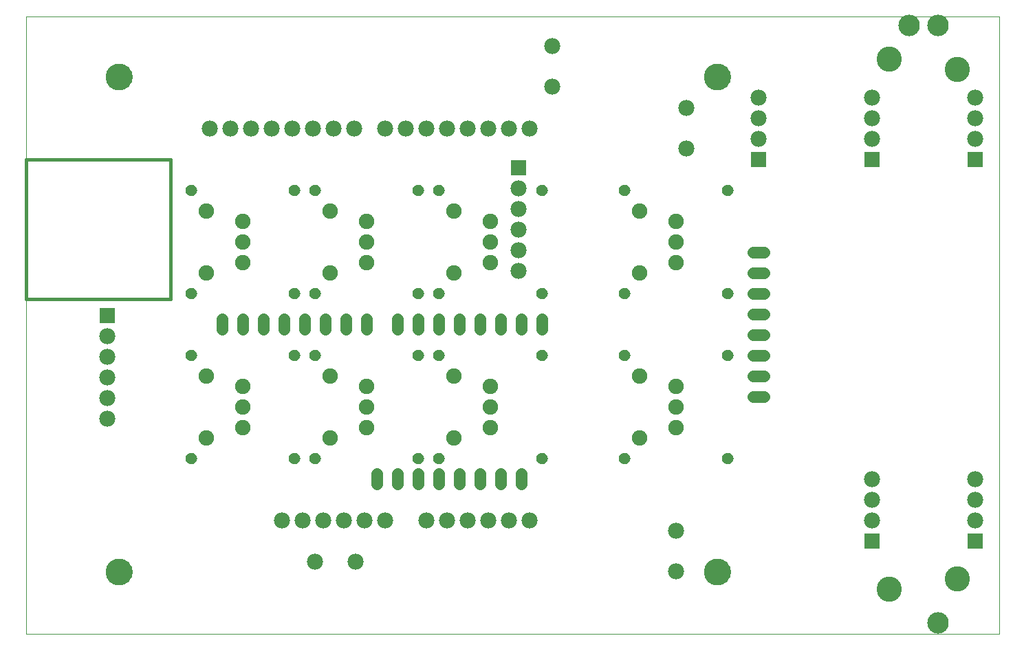
<source format=gts>
G75*
G70*
%OFA0B0*%
%FSLAX24Y24*%
%IPPOS*%
%LPD*%
%AMOC8*
5,1,8,0,0,1.08239X$1,22.5*
%
%ADD10C,0.0000*%
%ADD11C,0.1300*%
%ADD12C,0.0160*%
%ADD13C,0.0749*%
%ADD14C,0.0552*%
%ADD15C,0.0780*%
%ADD16C,0.1040*%
%ADD17C,0.1221*%
%ADD18R,0.0780X0.0780*%
%ADD19C,0.0560*%
D10*
X000180Y000180D02*
X000180Y016400D01*
X000180Y030101D01*
X047361Y030101D01*
X047361Y000180D01*
X000180Y000180D01*
X004050Y003180D02*
X004052Y003230D01*
X004058Y003280D01*
X004068Y003329D01*
X004082Y003377D01*
X004099Y003424D01*
X004120Y003469D01*
X004145Y003513D01*
X004173Y003554D01*
X004205Y003593D01*
X004239Y003630D01*
X004276Y003664D01*
X004316Y003694D01*
X004358Y003721D01*
X004402Y003745D01*
X004448Y003766D01*
X004495Y003782D01*
X004543Y003795D01*
X004593Y003804D01*
X004642Y003809D01*
X004693Y003810D01*
X004743Y003807D01*
X004792Y003800D01*
X004841Y003789D01*
X004889Y003774D01*
X004935Y003756D01*
X004980Y003734D01*
X005023Y003708D01*
X005064Y003679D01*
X005103Y003647D01*
X005139Y003612D01*
X005171Y003574D01*
X005201Y003534D01*
X005228Y003491D01*
X005251Y003447D01*
X005270Y003401D01*
X005286Y003353D01*
X005298Y003304D01*
X005306Y003255D01*
X005310Y003205D01*
X005310Y003155D01*
X005306Y003105D01*
X005298Y003056D01*
X005286Y003007D01*
X005270Y002959D01*
X005251Y002913D01*
X005228Y002869D01*
X005201Y002826D01*
X005171Y002786D01*
X005139Y002748D01*
X005103Y002713D01*
X005064Y002681D01*
X005023Y002652D01*
X004980Y002626D01*
X004935Y002604D01*
X004889Y002586D01*
X004841Y002571D01*
X004792Y002560D01*
X004743Y002553D01*
X004693Y002550D01*
X004642Y002551D01*
X004593Y002556D01*
X004543Y002565D01*
X004495Y002578D01*
X004448Y002594D01*
X004402Y002615D01*
X004358Y002639D01*
X004316Y002666D01*
X004276Y002696D01*
X004239Y002730D01*
X004205Y002767D01*
X004173Y002806D01*
X004145Y002847D01*
X004120Y002891D01*
X004099Y002936D01*
X004082Y002983D01*
X004068Y003031D01*
X004058Y003080D01*
X004052Y003130D01*
X004050Y003180D01*
X007924Y008680D02*
X007926Y008711D01*
X007932Y008742D01*
X007941Y008772D01*
X007954Y008801D01*
X007971Y008828D01*
X007991Y008852D01*
X008013Y008874D01*
X008039Y008893D01*
X008066Y008909D01*
X008095Y008921D01*
X008125Y008930D01*
X008156Y008935D01*
X008188Y008936D01*
X008219Y008933D01*
X008250Y008926D01*
X008280Y008916D01*
X008308Y008902D01*
X008334Y008884D01*
X008358Y008864D01*
X008379Y008840D01*
X008398Y008815D01*
X008413Y008787D01*
X008424Y008758D01*
X008432Y008727D01*
X008436Y008696D01*
X008436Y008664D01*
X008432Y008633D01*
X008424Y008602D01*
X008413Y008573D01*
X008398Y008545D01*
X008379Y008520D01*
X008358Y008496D01*
X008334Y008476D01*
X008308Y008458D01*
X008280Y008444D01*
X008250Y008434D01*
X008219Y008427D01*
X008188Y008424D01*
X008156Y008425D01*
X008125Y008430D01*
X008095Y008439D01*
X008066Y008451D01*
X008039Y008467D01*
X008013Y008486D01*
X007991Y008508D01*
X007971Y008532D01*
X007954Y008559D01*
X007941Y008588D01*
X007932Y008618D01*
X007926Y008649D01*
X007924Y008680D01*
X012924Y008680D02*
X012926Y008711D01*
X012932Y008742D01*
X012941Y008772D01*
X012954Y008801D01*
X012971Y008828D01*
X012991Y008852D01*
X013013Y008874D01*
X013039Y008893D01*
X013066Y008909D01*
X013095Y008921D01*
X013125Y008930D01*
X013156Y008935D01*
X013188Y008936D01*
X013219Y008933D01*
X013250Y008926D01*
X013280Y008916D01*
X013308Y008902D01*
X013334Y008884D01*
X013358Y008864D01*
X013379Y008840D01*
X013398Y008815D01*
X013413Y008787D01*
X013424Y008758D01*
X013432Y008727D01*
X013436Y008696D01*
X013436Y008664D01*
X013432Y008633D01*
X013424Y008602D01*
X013413Y008573D01*
X013398Y008545D01*
X013379Y008520D01*
X013358Y008496D01*
X013334Y008476D01*
X013308Y008458D01*
X013280Y008444D01*
X013250Y008434D01*
X013219Y008427D01*
X013188Y008424D01*
X013156Y008425D01*
X013125Y008430D01*
X013095Y008439D01*
X013066Y008451D01*
X013039Y008467D01*
X013013Y008486D01*
X012991Y008508D01*
X012971Y008532D01*
X012954Y008559D01*
X012941Y008588D01*
X012932Y008618D01*
X012926Y008649D01*
X012924Y008680D01*
X013924Y008680D02*
X013926Y008711D01*
X013932Y008742D01*
X013941Y008772D01*
X013954Y008801D01*
X013971Y008828D01*
X013991Y008852D01*
X014013Y008874D01*
X014039Y008893D01*
X014066Y008909D01*
X014095Y008921D01*
X014125Y008930D01*
X014156Y008935D01*
X014188Y008936D01*
X014219Y008933D01*
X014250Y008926D01*
X014280Y008916D01*
X014308Y008902D01*
X014334Y008884D01*
X014358Y008864D01*
X014379Y008840D01*
X014398Y008815D01*
X014413Y008787D01*
X014424Y008758D01*
X014432Y008727D01*
X014436Y008696D01*
X014436Y008664D01*
X014432Y008633D01*
X014424Y008602D01*
X014413Y008573D01*
X014398Y008545D01*
X014379Y008520D01*
X014358Y008496D01*
X014334Y008476D01*
X014308Y008458D01*
X014280Y008444D01*
X014250Y008434D01*
X014219Y008427D01*
X014188Y008424D01*
X014156Y008425D01*
X014125Y008430D01*
X014095Y008439D01*
X014066Y008451D01*
X014039Y008467D01*
X014013Y008486D01*
X013991Y008508D01*
X013971Y008532D01*
X013954Y008559D01*
X013941Y008588D01*
X013932Y008618D01*
X013926Y008649D01*
X013924Y008680D01*
X018924Y008680D02*
X018926Y008711D01*
X018932Y008742D01*
X018941Y008772D01*
X018954Y008801D01*
X018971Y008828D01*
X018991Y008852D01*
X019013Y008874D01*
X019039Y008893D01*
X019066Y008909D01*
X019095Y008921D01*
X019125Y008930D01*
X019156Y008935D01*
X019188Y008936D01*
X019219Y008933D01*
X019250Y008926D01*
X019280Y008916D01*
X019308Y008902D01*
X019334Y008884D01*
X019358Y008864D01*
X019379Y008840D01*
X019398Y008815D01*
X019413Y008787D01*
X019424Y008758D01*
X019432Y008727D01*
X019436Y008696D01*
X019436Y008664D01*
X019432Y008633D01*
X019424Y008602D01*
X019413Y008573D01*
X019398Y008545D01*
X019379Y008520D01*
X019358Y008496D01*
X019334Y008476D01*
X019308Y008458D01*
X019280Y008444D01*
X019250Y008434D01*
X019219Y008427D01*
X019188Y008424D01*
X019156Y008425D01*
X019125Y008430D01*
X019095Y008439D01*
X019066Y008451D01*
X019039Y008467D01*
X019013Y008486D01*
X018991Y008508D01*
X018971Y008532D01*
X018954Y008559D01*
X018941Y008588D01*
X018932Y008618D01*
X018926Y008649D01*
X018924Y008680D01*
X019924Y008680D02*
X019926Y008711D01*
X019932Y008742D01*
X019941Y008772D01*
X019954Y008801D01*
X019971Y008828D01*
X019991Y008852D01*
X020013Y008874D01*
X020039Y008893D01*
X020066Y008909D01*
X020095Y008921D01*
X020125Y008930D01*
X020156Y008935D01*
X020188Y008936D01*
X020219Y008933D01*
X020250Y008926D01*
X020280Y008916D01*
X020308Y008902D01*
X020334Y008884D01*
X020358Y008864D01*
X020379Y008840D01*
X020398Y008815D01*
X020413Y008787D01*
X020424Y008758D01*
X020432Y008727D01*
X020436Y008696D01*
X020436Y008664D01*
X020432Y008633D01*
X020424Y008602D01*
X020413Y008573D01*
X020398Y008545D01*
X020379Y008520D01*
X020358Y008496D01*
X020334Y008476D01*
X020308Y008458D01*
X020280Y008444D01*
X020250Y008434D01*
X020219Y008427D01*
X020188Y008424D01*
X020156Y008425D01*
X020125Y008430D01*
X020095Y008439D01*
X020066Y008451D01*
X020039Y008467D01*
X020013Y008486D01*
X019991Y008508D01*
X019971Y008532D01*
X019954Y008559D01*
X019941Y008588D01*
X019932Y008618D01*
X019926Y008649D01*
X019924Y008680D01*
X024924Y008680D02*
X024926Y008711D01*
X024932Y008742D01*
X024941Y008772D01*
X024954Y008801D01*
X024971Y008828D01*
X024991Y008852D01*
X025013Y008874D01*
X025039Y008893D01*
X025066Y008909D01*
X025095Y008921D01*
X025125Y008930D01*
X025156Y008935D01*
X025188Y008936D01*
X025219Y008933D01*
X025250Y008926D01*
X025280Y008916D01*
X025308Y008902D01*
X025334Y008884D01*
X025358Y008864D01*
X025379Y008840D01*
X025398Y008815D01*
X025413Y008787D01*
X025424Y008758D01*
X025432Y008727D01*
X025436Y008696D01*
X025436Y008664D01*
X025432Y008633D01*
X025424Y008602D01*
X025413Y008573D01*
X025398Y008545D01*
X025379Y008520D01*
X025358Y008496D01*
X025334Y008476D01*
X025308Y008458D01*
X025280Y008444D01*
X025250Y008434D01*
X025219Y008427D01*
X025188Y008424D01*
X025156Y008425D01*
X025125Y008430D01*
X025095Y008439D01*
X025066Y008451D01*
X025039Y008467D01*
X025013Y008486D01*
X024991Y008508D01*
X024971Y008532D01*
X024954Y008559D01*
X024941Y008588D01*
X024932Y008618D01*
X024926Y008649D01*
X024924Y008680D01*
X028924Y008680D02*
X028926Y008711D01*
X028932Y008742D01*
X028941Y008772D01*
X028954Y008801D01*
X028971Y008828D01*
X028991Y008852D01*
X029013Y008874D01*
X029039Y008893D01*
X029066Y008909D01*
X029095Y008921D01*
X029125Y008930D01*
X029156Y008935D01*
X029188Y008936D01*
X029219Y008933D01*
X029250Y008926D01*
X029280Y008916D01*
X029308Y008902D01*
X029334Y008884D01*
X029358Y008864D01*
X029379Y008840D01*
X029398Y008815D01*
X029413Y008787D01*
X029424Y008758D01*
X029432Y008727D01*
X029436Y008696D01*
X029436Y008664D01*
X029432Y008633D01*
X029424Y008602D01*
X029413Y008573D01*
X029398Y008545D01*
X029379Y008520D01*
X029358Y008496D01*
X029334Y008476D01*
X029308Y008458D01*
X029280Y008444D01*
X029250Y008434D01*
X029219Y008427D01*
X029188Y008424D01*
X029156Y008425D01*
X029125Y008430D01*
X029095Y008439D01*
X029066Y008451D01*
X029039Y008467D01*
X029013Y008486D01*
X028991Y008508D01*
X028971Y008532D01*
X028954Y008559D01*
X028941Y008588D01*
X028932Y008618D01*
X028926Y008649D01*
X028924Y008680D01*
X033924Y008680D02*
X033926Y008711D01*
X033932Y008742D01*
X033941Y008772D01*
X033954Y008801D01*
X033971Y008828D01*
X033991Y008852D01*
X034013Y008874D01*
X034039Y008893D01*
X034066Y008909D01*
X034095Y008921D01*
X034125Y008930D01*
X034156Y008935D01*
X034188Y008936D01*
X034219Y008933D01*
X034250Y008926D01*
X034280Y008916D01*
X034308Y008902D01*
X034334Y008884D01*
X034358Y008864D01*
X034379Y008840D01*
X034398Y008815D01*
X034413Y008787D01*
X034424Y008758D01*
X034432Y008727D01*
X034436Y008696D01*
X034436Y008664D01*
X034432Y008633D01*
X034424Y008602D01*
X034413Y008573D01*
X034398Y008545D01*
X034379Y008520D01*
X034358Y008496D01*
X034334Y008476D01*
X034308Y008458D01*
X034280Y008444D01*
X034250Y008434D01*
X034219Y008427D01*
X034188Y008424D01*
X034156Y008425D01*
X034125Y008430D01*
X034095Y008439D01*
X034066Y008451D01*
X034039Y008467D01*
X034013Y008486D01*
X033991Y008508D01*
X033971Y008532D01*
X033954Y008559D01*
X033941Y008588D01*
X033932Y008618D01*
X033926Y008649D01*
X033924Y008680D01*
X033924Y013680D02*
X033926Y013711D01*
X033932Y013742D01*
X033941Y013772D01*
X033954Y013801D01*
X033971Y013828D01*
X033991Y013852D01*
X034013Y013874D01*
X034039Y013893D01*
X034066Y013909D01*
X034095Y013921D01*
X034125Y013930D01*
X034156Y013935D01*
X034188Y013936D01*
X034219Y013933D01*
X034250Y013926D01*
X034280Y013916D01*
X034308Y013902D01*
X034334Y013884D01*
X034358Y013864D01*
X034379Y013840D01*
X034398Y013815D01*
X034413Y013787D01*
X034424Y013758D01*
X034432Y013727D01*
X034436Y013696D01*
X034436Y013664D01*
X034432Y013633D01*
X034424Y013602D01*
X034413Y013573D01*
X034398Y013545D01*
X034379Y013520D01*
X034358Y013496D01*
X034334Y013476D01*
X034308Y013458D01*
X034280Y013444D01*
X034250Y013434D01*
X034219Y013427D01*
X034188Y013424D01*
X034156Y013425D01*
X034125Y013430D01*
X034095Y013439D01*
X034066Y013451D01*
X034039Y013467D01*
X034013Y013486D01*
X033991Y013508D01*
X033971Y013532D01*
X033954Y013559D01*
X033941Y013588D01*
X033932Y013618D01*
X033926Y013649D01*
X033924Y013680D01*
X033924Y016680D02*
X033926Y016711D01*
X033932Y016742D01*
X033941Y016772D01*
X033954Y016801D01*
X033971Y016828D01*
X033991Y016852D01*
X034013Y016874D01*
X034039Y016893D01*
X034066Y016909D01*
X034095Y016921D01*
X034125Y016930D01*
X034156Y016935D01*
X034188Y016936D01*
X034219Y016933D01*
X034250Y016926D01*
X034280Y016916D01*
X034308Y016902D01*
X034334Y016884D01*
X034358Y016864D01*
X034379Y016840D01*
X034398Y016815D01*
X034413Y016787D01*
X034424Y016758D01*
X034432Y016727D01*
X034436Y016696D01*
X034436Y016664D01*
X034432Y016633D01*
X034424Y016602D01*
X034413Y016573D01*
X034398Y016545D01*
X034379Y016520D01*
X034358Y016496D01*
X034334Y016476D01*
X034308Y016458D01*
X034280Y016444D01*
X034250Y016434D01*
X034219Y016427D01*
X034188Y016424D01*
X034156Y016425D01*
X034125Y016430D01*
X034095Y016439D01*
X034066Y016451D01*
X034039Y016467D01*
X034013Y016486D01*
X033991Y016508D01*
X033971Y016532D01*
X033954Y016559D01*
X033941Y016588D01*
X033932Y016618D01*
X033926Y016649D01*
X033924Y016680D01*
X028924Y016680D02*
X028926Y016711D01*
X028932Y016742D01*
X028941Y016772D01*
X028954Y016801D01*
X028971Y016828D01*
X028991Y016852D01*
X029013Y016874D01*
X029039Y016893D01*
X029066Y016909D01*
X029095Y016921D01*
X029125Y016930D01*
X029156Y016935D01*
X029188Y016936D01*
X029219Y016933D01*
X029250Y016926D01*
X029280Y016916D01*
X029308Y016902D01*
X029334Y016884D01*
X029358Y016864D01*
X029379Y016840D01*
X029398Y016815D01*
X029413Y016787D01*
X029424Y016758D01*
X029432Y016727D01*
X029436Y016696D01*
X029436Y016664D01*
X029432Y016633D01*
X029424Y016602D01*
X029413Y016573D01*
X029398Y016545D01*
X029379Y016520D01*
X029358Y016496D01*
X029334Y016476D01*
X029308Y016458D01*
X029280Y016444D01*
X029250Y016434D01*
X029219Y016427D01*
X029188Y016424D01*
X029156Y016425D01*
X029125Y016430D01*
X029095Y016439D01*
X029066Y016451D01*
X029039Y016467D01*
X029013Y016486D01*
X028991Y016508D01*
X028971Y016532D01*
X028954Y016559D01*
X028941Y016588D01*
X028932Y016618D01*
X028926Y016649D01*
X028924Y016680D01*
X024924Y016680D02*
X024926Y016711D01*
X024932Y016742D01*
X024941Y016772D01*
X024954Y016801D01*
X024971Y016828D01*
X024991Y016852D01*
X025013Y016874D01*
X025039Y016893D01*
X025066Y016909D01*
X025095Y016921D01*
X025125Y016930D01*
X025156Y016935D01*
X025188Y016936D01*
X025219Y016933D01*
X025250Y016926D01*
X025280Y016916D01*
X025308Y016902D01*
X025334Y016884D01*
X025358Y016864D01*
X025379Y016840D01*
X025398Y016815D01*
X025413Y016787D01*
X025424Y016758D01*
X025432Y016727D01*
X025436Y016696D01*
X025436Y016664D01*
X025432Y016633D01*
X025424Y016602D01*
X025413Y016573D01*
X025398Y016545D01*
X025379Y016520D01*
X025358Y016496D01*
X025334Y016476D01*
X025308Y016458D01*
X025280Y016444D01*
X025250Y016434D01*
X025219Y016427D01*
X025188Y016424D01*
X025156Y016425D01*
X025125Y016430D01*
X025095Y016439D01*
X025066Y016451D01*
X025039Y016467D01*
X025013Y016486D01*
X024991Y016508D01*
X024971Y016532D01*
X024954Y016559D01*
X024941Y016588D01*
X024932Y016618D01*
X024926Y016649D01*
X024924Y016680D01*
X024924Y013680D02*
X024926Y013711D01*
X024932Y013742D01*
X024941Y013772D01*
X024954Y013801D01*
X024971Y013828D01*
X024991Y013852D01*
X025013Y013874D01*
X025039Y013893D01*
X025066Y013909D01*
X025095Y013921D01*
X025125Y013930D01*
X025156Y013935D01*
X025188Y013936D01*
X025219Y013933D01*
X025250Y013926D01*
X025280Y013916D01*
X025308Y013902D01*
X025334Y013884D01*
X025358Y013864D01*
X025379Y013840D01*
X025398Y013815D01*
X025413Y013787D01*
X025424Y013758D01*
X025432Y013727D01*
X025436Y013696D01*
X025436Y013664D01*
X025432Y013633D01*
X025424Y013602D01*
X025413Y013573D01*
X025398Y013545D01*
X025379Y013520D01*
X025358Y013496D01*
X025334Y013476D01*
X025308Y013458D01*
X025280Y013444D01*
X025250Y013434D01*
X025219Y013427D01*
X025188Y013424D01*
X025156Y013425D01*
X025125Y013430D01*
X025095Y013439D01*
X025066Y013451D01*
X025039Y013467D01*
X025013Y013486D01*
X024991Y013508D01*
X024971Y013532D01*
X024954Y013559D01*
X024941Y013588D01*
X024932Y013618D01*
X024926Y013649D01*
X024924Y013680D01*
X028924Y013680D02*
X028926Y013711D01*
X028932Y013742D01*
X028941Y013772D01*
X028954Y013801D01*
X028971Y013828D01*
X028991Y013852D01*
X029013Y013874D01*
X029039Y013893D01*
X029066Y013909D01*
X029095Y013921D01*
X029125Y013930D01*
X029156Y013935D01*
X029188Y013936D01*
X029219Y013933D01*
X029250Y013926D01*
X029280Y013916D01*
X029308Y013902D01*
X029334Y013884D01*
X029358Y013864D01*
X029379Y013840D01*
X029398Y013815D01*
X029413Y013787D01*
X029424Y013758D01*
X029432Y013727D01*
X029436Y013696D01*
X029436Y013664D01*
X029432Y013633D01*
X029424Y013602D01*
X029413Y013573D01*
X029398Y013545D01*
X029379Y013520D01*
X029358Y013496D01*
X029334Y013476D01*
X029308Y013458D01*
X029280Y013444D01*
X029250Y013434D01*
X029219Y013427D01*
X029188Y013424D01*
X029156Y013425D01*
X029125Y013430D01*
X029095Y013439D01*
X029066Y013451D01*
X029039Y013467D01*
X029013Y013486D01*
X028991Y013508D01*
X028971Y013532D01*
X028954Y013559D01*
X028941Y013588D01*
X028932Y013618D01*
X028926Y013649D01*
X028924Y013680D01*
X019924Y013680D02*
X019926Y013711D01*
X019932Y013742D01*
X019941Y013772D01*
X019954Y013801D01*
X019971Y013828D01*
X019991Y013852D01*
X020013Y013874D01*
X020039Y013893D01*
X020066Y013909D01*
X020095Y013921D01*
X020125Y013930D01*
X020156Y013935D01*
X020188Y013936D01*
X020219Y013933D01*
X020250Y013926D01*
X020280Y013916D01*
X020308Y013902D01*
X020334Y013884D01*
X020358Y013864D01*
X020379Y013840D01*
X020398Y013815D01*
X020413Y013787D01*
X020424Y013758D01*
X020432Y013727D01*
X020436Y013696D01*
X020436Y013664D01*
X020432Y013633D01*
X020424Y013602D01*
X020413Y013573D01*
X020398Y013545D01*
X020379Y013520D01*
X020358Y013496D01*
X020334Y013476D01*
X020308Y013458D01*
X020280Y013444D01*
X020250Y013434D01*
X020219Y013427D01*
X020188Y013424D01*
X020156Y013425D01*
X020125Y013430D01*
X020095Y013439D01*
X020066Y013451D01*
X020039Y013467D01*
X020013Y013486D01*
X019991Y013508D01*
X019971Y013532D01*
X019954Y013559D01*
X019941Y013588D01*
X019932Y013618D01*
X019926Y013649D01*
X019924Y013680D01*
X018924Y013680D02*
X018926Y013711D01*
X018932Y013742D01*
X018941Y013772D01*
X018954Y013801D01*
X018971Y013828D01*
X018991Y013852D01*
X019013Y013874D01*
X019039Y013893D01*
X019066Y013909D01*
X019095Y013921D01*
X019125Y013930D01*
X019156Y013935D01*
X019188Y013936D01*
X019219Y013933D01*
X019250Y013926D01*
X019280Y013916D01*
X019308Y013902D01*
X019334Y013884D01*
X019358Y013864D01*
X019379Y013840D01*
X019398Y013815D01*
X019413Y013787D01*
X019424Y013758D01*
X019432Y013727D01*
X019436Y013696D01*
X019436Y013664D01*
X019432Y013633D01*
X019424Y013602D01*
X019413Y013573D01*
X019398Y013545D01*
X019379Y013520D01*
X019358Y013496D01*
X019334Y013476D01*
X019308Y013458D01*
X019280Y013444D01*
X019250Y013434D01*
X019219Y013427D01*
X019188Y013424D01*
X019156Y013425D01*
X019125Y013430D01*
X019095Y013439D01*
X019066Y013451D01*
X019039Y013467D01*
X019013Y013486D01*
X018991Y013508D01*
X018971Y013532D01*
X018954Y013559D01*
X018941Y013588D01*
X018932Y013618D01*
X018926Y013649D01*
X018924Y013680D01*
X018924Y016680D02*
X018926Y016711D01*
X018932Y016742D01*
X018941Y016772D01*
X018954Y016801D01*
X018971Y016828D01*
X018991Y016852D01*
X019013Y016874D01*
X019039Y016893D01*
X019066Y016909D01*
X019095Y016921D01*
X019125Y016930D01*
X019156Y016935D01*
X019188Y016936D01*
X019219Y016933D01*
X019250Y016926D01*
X019280Y016916D01*
X019308Y016902D01*
X019334Y016884D01*
X019358Y016864D01*
X019379Y016840D01*
X019398Y016815D01*
X019413Y016787D01*
X019424Y016758D01*
X019432Y016727D01*
X019436Y016696D01*
X019436Y016664D01*
X019432Y016633D01*
X019424Y016602D01*
X019413Y016573D01*
X019398Y016545D01*
X019379Y016520D01*
X019358Y016496D01*
X019334Y016476D01*
X019308Y016458D01*
X019280Y016444D01*
X019250Y016434D01*
X019219Y016427D01*
X019188Y016424D01*
X019156Y016425D01*
X019125Y016430D01*
X019095Y016439D01*
X019066Y016451D01*
X019039Y016467D01*
X019013Y016486D01*
X018991Y016508D01*
X018971Y016532D01*
X018954Y016559D01*
X018941Y016588D01*
X018932Y016618D01*
X018926Y016649D01*
X018924Y016680D01*
X019924Y016680D02*
X019926Y016711D01*
X019932Y016742D01*
X019941Y016772D01*
X019954Y016801D01*
X019971Y016828D01*
X019991Y016852D01*
X020013Y016874D01*
X020039Y016893D01*
X020066Y016909D01*
X020095Y016921D01*
X020125Y016930D01*
X020156Y016935D01*
X020188Y016936D01*
X020219Y016933D01*
X020250Y016926D01*
X020280Y016916D01*
X020308Y016902D01*
X020334Y016884D01*
X020358Y016864D01*
X020379Y016840D01*
X020398Y016815D01*
X020413Y016787D01*
X020424Y016758D01*
X020432Y016727D01*
X020436Y016696D01*
X020436Y016664D01*
X020432Y016633D01*
X020424Y016602D01*
X020413Y016573D01*
X020398Y016545D01*
X020379Y016520D01*
X020358Y016496D01*
X020334Y016476D01*
X020308Y016458D01*
X020280Y016444D01*
X020250Y016434D01*
X020219Y016427D01*
X020188Y016424D01*
X020156Y016425D01*
X020125Y016430D01*
X020095Y016439D01*
X020066Y016451D01*
X020039Y016467D01*
X020013Y016486D01*
X019991Y016508D01*
X019971Y016532D01*
X019954Y016559D01*
X019941Y016588D01*
X019932Y016618D01*
X019926Y016649D01*
X019924Y016680D01*
X013924Y016680D02*
X013926Y016711D01*
X013932Y016742D01*
X013941Y016772D01*
X013954Y016801D01*
X013971Y016828D01*
X013991Y016852D01*
X014013Y016874D01*
X014039Y016893D01*
X014066Y016909D01*
X014095Y016921D01*
X014125Y016930D01*
X014156Y016935D01*
X014188Y016936D01*
X014219Y016933D01*
X014250Y016926D01*
X014280Y016916D01*
X014308Y016902D01*
X014334Y016884D01*
X014358Y016864D01*
X014379Y016840D01*
X014398Y016815D01*
X014413Y016787D01*
X014424Y016758D01*
X014432Y016727D01*
X014436Y016696D01*
X014436Y016664D01*
X014432Y016633D01*
X014424Y016602D01*
X014413Y016573D01*
X014398Y016545D01*
X014379Y016520D01*
X014358Y016496D01*
X014334Y016476D01*
X014308Y016458D01*
X014280Y016444D01*
X014250Y016434D01*
X014219Y016427D01*
X014188Y016424D01*
X014156Y016425D01*
X014125Y016430D01*
X014095Y016439D01*
X014066Y016451D01*
X014039Y016467D01*
X014013Y016486D01*
X013991Y016508D01*
X013971Y016532D01*
X013954Y016559D01*
X013941Y016588D01*
X013932Y016618D01*
X013926Y016649D01*
X013924Y016680D01*
X012924Y016680D02*
X012926Y016711D01*
X012932Y016742D01*
X012941Y016772D01*
X012954Y016801D01*
X012971Y016828D01*
X012991Y016852D01*
X013013Y016874D01*
X013039Y016893D01*
X013066Y016909D01*
X013095Y016921D01*
X013125Y016930D01*
X013156Y016935D01*
X013188Y016936D01*
X013219Y016933D01*
X013250Y016926D01*
X013280Y016916D01*
X013308Y016902D01*
X013334Y016884D01*
X013358Y016864D01*
X013379Y016840D01*
X013398Y016815D01*
X013413Y016787D01*
X013424Y016758D01*
X013432Y016727D01*
X013436Y016696D01*
X013436Y016664D01*
X013432Y016633D01*
X013424Y016602D01*
X013413Y016573D01*
X013398Y016545D01*
X013379Y016520D01*
X013358Y016496D01*
X013334Y016476D01*
X013308Y016458D01*
X013280Y016444D01*
X013250Y016434D01*
X013219Y016427D01*
X013188Y016424D01*
X013156Y016425D01*
X013125Y016430D01*
X013095Y016439D01*
X013066Y016451D01*
X013039Y016467D01*
X013013Y016486D01*
X012991Y016508D01*
X012971Y016532D01*
X012954Y016559D01*
X012941Y016588D01*
X012932Y016618D01*
X012926Y016649D01*
X012924Y016680D01*
X012924Y013680D02*
X012926Y013711D01*
X012932Y013742D01*
X012941Y013772D01*
X012954Y013801D01*
X012971Y013828D01*
X012991Y013852D01*
X013013Y013874D01*
X013039Y013893D01*
X013066Y013909D01*
X013095Y013921D01*
X013125Y013930D01*
X013156Y013935D01*
X013188Y013936D01*
X013219Y013933D01*
X013250Y013926D01*
X013280Y013916D01*
X013308Y013902D01*
X013334Y013884D01*
X013358Y013864D01*
X013379Y013840D01*
X013398Y013815D01*
X013413Y013787D01*
X013424Y013758D01*
X013432Y013727D01*
X013436Y013696D01*
X013436Y013664D01*
X013432Y013633D01*
X013424Y013602D01*
X013413Y013573D01*
X013398Y013545D01*
X013379Y013520D01*
X013358Y013496D01*
X013334Y013476D01*
X013308Y013458D01*
X013280Y013444D01*
X013250Y013434D01*
X013219Y013427D01*
X013188Y013424D01*
X013156Y013425D01*
X013125Y013430D01*
X013095Y013439D01*
X013066Y013451D01*
X013039Y013467D01*
X013013Y013486D01*
X012991Y013508D01*
X012971Y013532D01*
X012954Y013559D01*
X012941Y013588D01*
X012932Y013618D01*
X012926Y013649D01*
X012924Y013680D01*
X013924Y013680D02*
X013926Y013711D01*
X013932Y013742D01*
X013941Y013772D01*
X013954Y013801D01*
X013971Y013828D01*
X013991Y013852D01*
X014013Y013874D01*
X014039Y013893D01*
X014066Y013909D01*
X014095Y013921D01*
X014125Y013930D01*
X014156Y013935D01*
X014188Y013936D01*
X014219Y013933D01*
X014250Y013926D01*
X014280Y013916D01*
X014308Y013902D01*
X014334Y013884D01*
X014358Y013864D01*
X014379Y013840D01*
X014398Y013815D01*
X014413Y013787D01*
X014424Y013758D01*
X014432Y013727D01*
X014436Y013696D01*
X014436Y013664D01*
X014432Y013633D01*
X014424Y013602D01*
X014413Y013573D01*
X014398Y013545D01*
X014379Y013520D01*
X014358Y013496D01*
X014334Y013476D01*
X014308Y013458D01*
X014280Y013444D01*
X014250Y013434D01*
X014219Y013427D01*
X014188Y013424D01*
X014156Y013425D01*
X014125Y013430D01*
X014095Y013439D01*
X014066Y013451D01*
X014039Y013467D01*
X014013Y013486D01*
X013991Y013508D01*
X013971Y013532D01*
X013954Y013559D01*
X013941Y013588D01*
X013932Y013618D01*
X013926Y013649D01*
X013924Y013680D01*
X007924Y013680D02*
X007926Y013711D01*
X007932Y013742D01*
X007941Y013772D01*
X007954Y013801D01*
X007971Y013828D01*
X007991Y013852D01*
X008013Y013874D01*
X008039Y013893D01*
X008066Y013909D01*
X008095Y013921D01*
X008125Y013930D01*
X008156Y013935D01*
X008188Y013936D01*
X008219Y013933D01*
X008250Y013926D01*
X008280Y013916D01*
X008308Y013902D01*
X008334Y013884D01*
X008358Y013864D01*
X008379Y013840D01*
X008398Y013815D01*
X008413Y013787D01*
X008424Y013758D01*
X008432Y013727D01*
X008436Y013696D01*
X008436Y013664D01*
X008432Y013633D01*
X008424Y013602D01*
X008413Y013573D01*
X008398Y013545D01*
X008379Y013520D01*
X008358Y013496D01*
X008334Y013476D01*
X008308Y013458D01*
X008280Y013444D01*
X008250Y013434D01*
X008219Y013427D01*
X008188Y013424D01*
X008156Y013425D01*
X008125Y013430D01*
X008095Y013439D01*
X008066Y013451D01*
X008039Y013467D01*
X008013Y013486D01*
X007991Y013508D01*
X007971Y013532D01*
X007954Y013559D01*
X007941Y013588D01*
X007932Y013618D01*
X007926Y013649D01*
X007924Y013680D01*
X007924Y016680D02*
X007926Y016711D01*
X007932Y016742D01*
X007941Y016772D01*
X007954Y016801D01*
X007971Y016828D01*
X007991Y016852D01*
X008013Y016874D01*
X008039Y016893D01*
X008066Y016909D01*
X008095Y016921D01*
X008125Y016930D01*
X008156Y016935D01*
X008188Y016936D01*
X008219Y016933D01*
X008250Y016926D01*
X008280Y016916D01*
X008308Y016902D01*
X008334Y016884D01*
X008358Y016864D01*
X008379Y016840D01*
X008398Y016815D01*
X008413Y016787D01*
X008424Y016758D01*
X008432Y016727D01*
X008436Y016696D01*
X008436Y016664D01*
X008432Y016633D01*
X008424Y016602D01*
X008413Y016573D01*
X008398Y016545D01*
X008379Y016520D01*
X008358Y016496D01*
X008334Y016476D01*
X008308Y016458D01*
X008280Y016444D01*
X008250Y016434D01*
X008219Y016427D01*
X008188Y016424D01*
X008156Y016425D01*
X008125Y016430D01*
X008095Y016439D01*
X008066Y016451D01*
X008039Y016467D01*
X008013Y016486D01*
X007991Y016508D01*
X007971Y016532D01*
X007954Y016559D01*
X007941Y016588D01*
X007932Y016618D01*
X007926Y016649D01*
X007924Y016680D01*
X007924Y021680D02*
X007926Y021711D01*
X007932Y021742D01*
X007941Y021772D01*
X007954Y021801D01*
X007971Y021828D01*
X007991Y021852D01*
X008013Y021874D01*
X008039Y021893D01*
X008066Y021909D01*
X008095Y021921D01*
X008125Y021930D01*
X008156Y021935D01*
X008188Y021936D01*
X008219Y021933D01*
X008250Y021926D01*
X008280Y021916D01*
X008308Y021902D01*
X008334Y021884D01*
X008358Y021864D01*
X008379Y021840D01*
X008398Y021815D01*
X008413Y021787D01*
X008424Y021758D01*
X008432Y021727D01*
X008436Y021696D01*
X008436Y021664D01*
X008432Y021633D01*
X008424Y021602D01*
X008413Y021573D01*
X008398Y021545D01*
X008379Y021520D01*
X008358Y021496D01*
X008334Y021476D01*
X008308Y021458D01*
X008280Y021444D01*
X008250Y021434D01*
X008219Y021427D01*
X008188Y021424D01*
X008156Y021425D01*
X008125Y021430D01*
X008095Y021439D01*
X008066Y021451D01*
X008039Y021467D01*
X008013Y021486D01*
X007991Y021508D01*
X007971Y021532D01*
X007954Y021559D01*
X007941Y021588D01*
X007932Y021618D01*
X007926Y021649D01*
X007924Y021680D01*
X012924Y021680D02*
X012926Y021711D01*
X012932Y021742D01*
X012941Y021772D01*
X012954Y021801D01*
X012971Y021828D01*
X012991Y021852D01*
X013013Y021874D01*
X013039Y021893D01*
X013066Y021909D01*
X013095Y021921D01*
X013125Y021930D01*
X013156Y021935D01*
X013188Y021936D01*
X013219Y021933D01*
X013250Y021926D01*
X013280Y021916D01*
X013308Y021902D01*
X013334Y021884D01*
X013358Y021864D01*
X013379Y021840D01*
X013398Y021815D01*
X013413Y021787D01*
X013424Y021758D01*
X013432Y021727D01*
X013436Y021696D01*
X013436Y021664D01*
X013432Y021633D01*
X013424Y021602D01*
X013413Y021573D01*
X013398Y021545D01*
X013379Y021520D01*
X013358Y021496D01*
X013334Y021476D01*
X013308Y021458D01*
X013280Y021444D01*
X013250Y021434D01*
X013219Y021427D01*
X013188Y021424D01*
X013156Y021425D01*
X013125Y021430D01*
X013095Y021439D01*
X013066Y021451D01*
X013039Y021467D01*
X013013Y021486D01*
X012991Y021508D01*
X012971Y021532D01*
X012954Y021559D01*
X012941Y021588D01*
X012932Y021618D01*
X012926Y021649D01*
X012924Y021680D01*
X013924Y021680D02*
X013926Y021711D01*
X013932Y021742D01*
X013941Y021772D01*
X013954Y021801D01*
X013971Y021828D01*
X013991Y021852D01*
X014013Y021874D01*
X014039Y021893D01*
X014066Y021909D01*
X014095Y021921D01*
X014125Y021930D01*
X014156Y021935D01*
X014188Y021936D01*
X014219Y021933D01*
X014250Y021926D01*
X014280Y021916D01*
X014308Y021902D01*
X014334Y021884D01*
X014358Y021864D01*
X014379Y021840D01*
X014398Y021815D01*
X014413Y021787D01*
X014424Y021758D01*
X014432Y021727D01*
X014436Y021696D01*
X014436Y021664D01*
X014432Y021633D01*
X014424Y021602D01*
X014413Y021573D01*
X014398Y021545D01*
X014379Y021520D01*
X014358Y021496D01*
X014334Y021476D01*
X014308Y021458D01*
X014280Y021444D01*
X014250Y021434D01*
X014219Y021427D01*
X014188Y021424D01*
X014156Y021425D01*
X014125Y021430D01*
X014095Y021439D01*
X014066Y021451D01*
X014039Y021467D01*
X014013Y021486D01*
X013991Y021508D01*
X013971Y021532D01*
X013954Y021559D01*
X013941Y021588D01*
X013932Y021618D01*
X013926Y021649D01*
X013924Y021680D01*
X018924Y021680D02*
X018926Y021711D01*
X018932Y021742D01*
X018941Y021772D01*
X018954Y021801D01*
X018971Y021828D01*
X018991Y021852D01*
X019013Y021874D01*
X019039Y021893D01*
X019066Y021909D01*
X019095Y021921D01*
X019125Y021930D01*
X019156Y021935D01*
X019188Y021936D01*
X019219Y021933D01*
X019250Y021926D01*
X019280Y021916D01*
X019308Y021902D01*
X019334Y021884D01*
X019358Y021864D01*
X019379Y021840D01*
X019398Y021815D01*
X019413Y021787D01*
X019424Y021758D01*
X019432Y021727D01*
X019436Y021696D01*
X019436Y021664D01*
X019432Y021633D01*
X019424Y021602D01*
X019413Y021573D01*
X019398Y021545D01*
X019379Y021520D01*
X019358Y021496D01*
X019334Y021476D01*
X019308Y021458D01*
X019280Y021444D01*
X019250Y021434D01*
X019219Y021427D01*
X019188Y021424D01*
X019156Y021425D01*
X019125Y021430D01*
X019095Y021439D01*
X019066Y021451D01*
X019039Y021467D01*
X019013Y021486D01*
X018991Y021508D01*
X018971Y021532D01*
X018954Y021559D01*
X018941Y021588D01*
X018932Y021618D01*
X018926Y021649D01*
X018924Y021680D01*
X019924Y021680D02*
X019926Y021711D01*
X019932Y021742D01*
X019941Y021772D01*
X019954Y021801D01*
X019971Y021828D01*
X019991Y021852D01*
X020013Y021874D01*
X020039Y021893D01*
X020066Y021909D01*
X020095Y021921D01*
X020125Y021930D01*
X020156Y021935D01*
X020188Y021936D01*
X020219Y021933D01*
X020250Y021926D01*
X020280Y021916D01*
X020308Y021902D01*
X020334Y021884D01*
X020358Y021864D01*
X020379Y021840D01*
X020398Y021815D01*
X020413Y021787D01*
X020424Y021758D01*
X020432Y021727D01*
X020436Y021696D01*
X020436Y021664D01*
X020432Y021633D01*
X020424Y021602D01*
X020413Y021573D01*
X020398Y021545D01*
X020379Y021520D01*
X020358Y021496D01*
X020334Y021476D01*
X020308Y021458D01*
X020280Y021444D01*
X020250Y021434D01*
X020219Y021427D01*
X020188Y021424D01*
X020156Y021425D01*
X020125Y021430D01*
X020095Y021439D01*
X020066Y021451D01*
X020039Y021467D01*
X020013Y021486D01*
X019991Y021508D01*
X019971Y021532D01*
X019954Y021559D01*
X019941Y021588D01*
X019932Y021618D01*
X019926Y021649D01*
X019924Y021680D01*
X024924Y021680D02*
X024926Y021711D01*
X024932Y021742D01*
X024941Y021772D01*
X024954Y021801D01*
X024971Y021828D01*
X024991Y021852D01*
X025013Y021874D01*
X025039Y021893D01*
X025066Y021909D01*
X025095Y021921D01*
X025125Y021930D01*
X025156Y021935D01*
X025188Y021936D01*
X025219Y021933D01*
X025250Y021926D01*
X025280Y021916D01*
X025308Y021902D01*
X025334Y021884D01*
X025358Y021864D01*
X025379Y021840D01*
X025398Y021815D01*
X025413Y021787D01*
X025424Y021758D01*
X025432Y021727D01*
X025436Y021696D01*
X025436Y021664D01*
X025432Y021633D01*
X025424Y021602D01*
X025413Y021573D01*
X025398Y021545D01*
X025379Y021520D01*
X025358Y021496D01*
X025334Y021476D01*
X025308Y021458D01*
X025280Y021444D01*
X025250Y021434D01*
X025219Y021427D01*
X025188Y021424D01*
X025156Y021425D01*
X025125Y021430D01*
X025095Y021439D01*
X025066Y021451D01*
X025039Y021467D01*
X025013Y021486D01*
X024991Y021508D01*
X024971Y021532D01*
X024954Y021559D01*
X024941Y021588D01*
X024932Y021618D01*
X024926Y021649D01*
X024924Y021680D01*
X028924Y021680D02*
X028926Y021711D01*
X028932Y021742D01*
X028941Y021772D01*
X028954Y021801D01*
X028971Y021828D01*
X028991Y021852D01*
X029013Y021874D01*
X029039Y021893D01*
X029066Y021909D01*
X029095Y021921D01*
X029125Y021930D01*
X029156Y021935D01*
X029188Y021936D01*
X029219Y021933D01*
X029250Y021926D01*
X029280Y021916D01*
X029308Y021902D01*
X029334Y021884D01*
X029358Y021864D01*
X029379Y021840D01*
X029398Y021815D01*
X029413Y021787D01*
X029424Y021758D01*
X029432Y021727D01*
X029436Y021696D01*
X029436Y021664D01*
X029432Y021633D01*
X029424Y021602D01*
X029413Y021573D01*
X029398Y021545D01*
X029379Y021520D01*
X029358Y021496D01*
X029334Y021476D01*
X029308Y021458D01*
X029280Y021444D01*
X029250Y021434D01*
X029219Y021427D01*
X029188Y021424D01*
X029156Y021425D01*
X029125Y021430D01*
X029095Y021439D01*
X029066Y021451D01*
X029039Y021467D01*
X029013Y021486D01*
X028991Y021508D01*
X028971Y021532D01*
X028954Y021559D01*
X028941Y021588D01*
X028932Y021618D01*
X028926Y021649D01*
X028924Y021680D01*
X033924Y021680D02*
X033926Y021711D01*
X033932Y021742D01*
X033941Y021772D01*
X033954Y021801D01*
X033971Y021828D01*
X033991Y021852D01*
X034013Y021874D01*
X034039Y021893D01*
X034066Y021909D01*
X034095Y021921D01*
X034125Y021930D01*
X034156Y021935D01*
X034188Y021936D01*
X034219Y021933D01*
X034250Y021926D01*
X034280Y021916D01*
X034308Y021902D01*
X034334Y021884D01*
X034358Y021864D01*
X034379Y021840D01*
X034398Y021815D01*
X034413Y021787D01*
X034424Y021758D01*
X034432Y021727D01*
X034436Y021696D01*
X034436Y021664D01*
X034432Y021633D01*
X034424Y021602D01*
X034413Y021573D01*
X034398Y021545D01*
X034379Y021520D01*
X034358Y021496D01*
X034334Y021476D01*
X034308Y021458D01*
X034280Y021444D01*
X034250Y021434D01*
X034219Y021427D01*
X034188Y021424D01*
X034156Y021425D01*
X034125Y021430D01*
X034095Y021439D01*
X034066Y021451D01*
X034039Y021467D01*
X034013Y021486D01*
X033991Y021508D01*
X033971Y021532D01*
X033954Y021559D01*
X033941Y021588D01*
X033932Y021618D01*
X033926Y021649D01*
X033924Y021680D01*
X033050Y027180D02*
X033052Y027230D01*
X033058Y027280D01*
X033068Y027329D01*
X033082Y027377D01*
X033099Y027424D01*
X033120Y027469D01*
X033145Y027513D01*
X033173Y027554D01*
X033205Y027593D01*
X033239Y027630D01*
X033276Y027664D01*
X033316Y027694D01*
X033358Y027721D01*
X033402Y027745D01*
X033448Y027766D01*
X033495Y027782D01*
X033543Y027795D01*
X033593Y027804D01*
X033642Y027809D01*
X033693Y027810D01*
X033743Y027807D01*
X033792Y027800D01*
X033841Y027789D01*
X033889Y027774D01*
X033935Y027756D01*
X033980Y027734D01*
X034023Y027708D01*
X034064Y027679D01*
X034103Y027647D01*
X034139Y027612D01*
X034171Y027574D01*
X034201Y027534D01*
X034228Y027491D01*
X034251Y027447D01*
X034270Y027401D01*
X034286Y027353D01*
X034298Y027304D01*
X034306Y027255D01*
X034310Y027205D01*
X034310Y027155D01*
X034306Y027105D01*
X034298Y027056D01*
X034286Y027007D01*
X034270Y026959D01*
X034251Y026913D01*
X034228Y026869D01*
X034201Y026826D01*
X034171Y026786D01*
X034139Y026748D01*
X034103Y026713D01*
X034064Y026681D01*
X034023Y026652D01*
X033980Y026626D01*
X033935Y026604D01*
X033889Y026586D01*
X033841Y026571D01*
X033792Y026560D01*
X033743Y026553D01*
X033693Y026550D01*
X033642Y026551D01*
X033593Y026556D01*
X033543Y026565D01*
X033495Y026578D01*
X033448Y026594D01*
X033402Y026615D01*
X033358Y026639D01*
X033316Y026666D01*
X033276Y026696D01*
X033239Y026730D01*
X033205Y026767D01*
X033173Y026806D01*
X033145Y026847D01*
X033120Y026891D01*
X033099Y026936D01*
X033082Y026983D01*
X033068Y027031D01*
X033058Y027080D01*
X033052Y027130D01*
X033050Y027180D01*
X004050Y027180D02*
X004052Y027230D01*
X004058Y027280D01*
X004068Y027329D01*
X004082Y027377D01*
X004099Y027424D01*
X004120Y027469D01*
X004145Y027513D01*
X004173Y027554D01*
X004205Y027593D01*
X004239Y027630D01*
X004276Y027664D01*
X004316Y027694D01*
X004358Y027721D01*
X004402Y027745D01*
X004448Y027766D01*
X004495Y027782D01*
X004543Y027795D01*
X004593Y027804D01*
X004642Y027809D01*
X004693Y027810D01*
X004743Y027807D01*
X004792Y027800D01*
X004841Y027789D01*
X004889Y027774D01*
X004935Y027756D01*
X004980Y027734D01*
X005023Y027708D01*
X005064Y027679D01*
X005103Y027647D01*
X005139Y027612D01*
X005171Y027574D01*
X005201Y027534D01*
X005228Y027491D01*
X005251Y027447D01*
X005270Y027401D01*
X005286Y027353D01*
X005298Y027304D01*
X005306Y027255D01*
X005310Y027205D01*
X005310Y027155D01*
X005306Y027105D01*
X005298Y027056D01*
X005286Y027007D01*
X005270Y026959D01*
X005251Y026913D01*
X005228Y026869D01*
X005201Y026826D01*
X005171Y026786D01*
X005139Y026748D01*
X005103Y026713D01*
X005064Y026681D01*
X005023Y026652D01*
X004980Y026626D01*
X004935Y026604D01*
X004889Y026586D01*
X004841Y026571D01*
X004792Y026560D01*
X004743Y026553D01*
X004693Y026550D01*
X004642Y026551D01*
X004593Y026556D01*
X004543Y026565D01*
X004495Y026578D01*
X004448Y026594D01*
X004402Y026615D01*
X004358Y026639D01*
X004316Y026666D01*
X004276Y026696D01*
X004239Y026730D01*
X004205Y026767D01*
X004173Y026806D01*
X004145Y026847D01*
X004120Y026891D01*
X004099Y026936D01*
X004082Y026983D01*
X004068Y027031D01*
X004058Y027080D01*
X004052Y027130D01*
X004050Y027180D01*
X033050Y003180D02*
X033052Y003230D01*
X033058Y003280D01*
X033068Y003329D01*
X033082Y003377D01*
X033099Y003424D01*
X033120Y003469D01*
X033145Y003513D01*
X033173Y003554D01*
X033205Y003593D01*
X033239Y003630D01*
X033276Y003664D01*
X033316Y003694D01*
X033358Y003721D01*
X033402Y003745D01*
X033448Y003766D01*
X033495Y003782D01*
X033543Y003795D01*
X033593Y003804D01*
X033642Y003809D01*
X033693Y003810D01*
X033743Y003807D01*
X033792Y003800D01*
X033841Y003789D01*
X033889Y003774D01*
X033935Y003756D01*
X033980Y003734D01*
X034023Y003708D01*
X034064Y003679D01*
X034103Y003647D01*
X034139Y003612D01*
X034171Y003574D01*
X034201Y003534D01*
X034228Y003491D01*
X034251Y003447D01*
X034270Y003401D01*
X034286Y003353D01*
X034298Y003304D01*
X034306Y003255D01*
X034310Y003205D01*
X034310Y003155D01*
X034306Y003105D01*
X034298Y003056D01*
X034286Y003007D01*
X034270Y002959D01*
X034251Y002913D01*
X034228Y002869D01*
X034201Y002826D01*
X034171Y002786D01*
X034139Y002748D01*
X034103Y002713D01*
X034064Y002681D01*
X034023Y002652D01*
X033980Y002626D01*
X033935Y002604D01*
X033889Y002586D01*
X033841Y002571D01*
X033792Y002560D01*
X033743Y002553D01*
X033693Y002550D01*
X033642Y002551D01*
X033593Y002556D01*
X033543Y002565D01*
X033495Y002578D01*
X033448Y002594D01*
X033402Y002615D01*
X033358Y002639D01*
X033316Y002666D01*
X033276Y002696D01*
X033239Y002730D01*
X033205Y002767D01*
X033173Y002806D01*
X033145Y002847D01*
X033120Y002891D01*
X033099Y002936D01*
X033082Y002983D01*
X033068Y003031D01*
X033058Y003080D01*
X033052Y003130D01*
X033050Y003180D01*
D11*
X033680Y003180D03*
X004680Y003180D03*
X004680Y027180D03*
X033680Y027180D03*
D12*
X007200Y023180D02*
X007200Y016400D01*
X000180Y016400D01*
X000180Y023180D01*
X007200Y023180D01*
D13*
X008908Y020680D03*
X010680Y020180D03*
X010680Y019180D03*
X010680Y018180D03*
X008908Y017680D03*
X014908Y017680D03*
X016680Y018180D03*
X016680Y019180D03*
X016680Y020180D03*
X014908Y020680D03*
X020908Y020680D03*
X022680Y020180D03*
X022680Y019180D03*
X022680Y018180D03*
X020908Y017680D03*
X020908Y012680D03*
X022680Y012180D03*
X022680Y011180D03*
X022680Y010180D03*
X020908Y009680D03*
X016680Y010180D03*
X016680Y011180D03*
X016680Y012180D03*
X014908Y012680D03*
X010680Y012180D03*
X010680Y011180D03*
X010680Y010180D03*
X008908Y009680D03*
X008908Y012680D03*
X014908Y009680D03*
X029908Y009680D03*
X031680Y010180D03*
X031680Y011180D03*
X031680Y012180D03*
X029908Y012680D03*
X029908Y017680D03*
X031680Y018180D03*
X031680Y019180D03*
X031680Y020180D03*
X029908Y020680D03*
D14*
X029180Y021680D03*
X025180Y021680D03*
X020180Y021680D03*
X019180Y021680D03*
X014180Y021680D03*
X013180Y021680D03*
X008180Y021680D03*
X008180Y016680D03*
X008180Y013680D03*
X013180Y013680D03*
X014180Y013680D03*
X014180Y016680D03*
X013180Y016680D03*
X019180Y016680D03*
X020180Y016680D03*
X020180Y013680D03*
X019180Y013680D03*
X025180Y013680D03*
X029180Y013680D03*
X029180Y016680D03*
X025180Y016680D03*
X034180Y016680D03*
X034180Y013680D03*
X034180Y008680D03*
X029180Y008680D03*
X025180Y008680D03*
X020180Y008680D03*
X019180Y008680D03*
X014180Y008680D03*
X013180Y008680D03*
X008180Y008680D03*
X034180Y021680D03*
D15*
X032180Y023696D03*
X032180Y025664D03*
X035680Y025180D03*
X035680Y026180D03*
X035680Y024180D03*
X041180Y024180D03*
X041180Y025180D03*
X041180Y026180D03*
X046180Y026180D03*
X046180Y025180D03*
X046180Y024180D03*
X025680Y026696D03*
X025680Y028664D03*
X024580Y024680D03*
X023580Y024680D03*
X022580Y024680D03*
X021580Y024680D03*
X020580Y024680D03*
X019580Y024680D03*
X018580Y024680D03*
X017580Y024680D03*
X016080Y024680D03*
X015080Y024680D03*
X014080Y024680D03*
X013080Y024680D03*
X012080Y024680D03*
X011080Y024680D03*
X010080Y024680D03*
X009080Y024680D03*
X024060Y021780D03*
X024060Y020780D03*
X024060Y019780D03*
X024060Y018780D03*
X024060Y017780D03*
X041180Y007680D03*
X041180Y006680D03*
X041180Y005680D03*
X046180Y005680D03*
X046180Y006680D03*
X046180Y007680D03*
X031680Y005164D03*
X031680Y003196D03*
X024580Y005680D03*
X023580Y005680D03*
X022580Y005680D03*
X021580Y005680D03*
X020580Y005680D03*
X019580Y005680D03*
X017580Y005680D03*
X016580Y005680D03*
X015580Y005680D03*
X014580Y005680D03*
X013580Y005680D03*
X012580Y005680D03*
X014196Y003680D03*
X016164Y003680D03*
X004117Y010600D03*
X004117Y011600D03*
X004117Y012600D03*
X004117Y013600D03*
X004117Y014600D03*
D16*
X042991Y029649D03*
X044369Y029649D03*
X044369Y000711D03*
D17*
X042026Y002345D03*
X045334Y002818D03*
X045334Y027542D03*
X042026Y028015D03*
D18*
X041180Y023180D03*
X046180Y023180D03*
X035680Y023180D03*
X024060Y022780D03*
X004117Y015600D03*
X041180Y004680D03*
X046180Y004680D03*
D19*
X035940Y011680D02*
X035420Y011680D01*
X035420Y012680D02*
X035940Y012680D01*
X035940Y013680D02*
X035420Y013680D01*
X035420Y014680D02*
X035940Y014680D01*
X035940Y015680D02*
X035420Y015680D01*
X035420Y016680D02*
X035940Y016680D01*
X035940Y017680D02*
X035420Y017680D01*
X035420Y018680D02*
X035940Y018680D01*
X025180Y015440D02*
X025180Y014920D01*
X024180Y014920D02*
X024180Y015440D01*
X023180Y015440D02*
X023180Y014920D01*
X022180Y014920D02*
X022180Y015440D01*
X021180Y015440D02*
X021180Y014920D01*
X020180Y014920D02*
X020180Y015440D01*
X019180Y015440D02*
X019180Y014920D01*
X018180Y014920D02*
X018180Y015440D01*
X016680Y015440D02*
X016680Y014920D01*
X015680Y014920D02*
X015680Y015440D01*
X014680Y015440D02*
X014680Y014920D01*
X013680Y014920D02*
X013680Y015440D01*
X012680Y015440D02*
X012680Y014920D01*
X011680Y014920D02*
X011680Y015440D01*
X010680Y015440D02*
X010680Y014920D01*
X009680Y014920D02*
X009680Y015440D01*
X017180Y007940D02*
X017180Y007420D01*
X018180Y007420D02*
X018180Y007940D01*
X019180Y007940D02*
X019180Y007420D01*
X020180Y007420D02*
X020180Y007940D01*
X021180Y007940D02*
X021180Y007420D01*
X022180Y007420D02*
X022180Y007940D01*
X023180Y007940D02*
X023180Y007420D01*
X024180Y007420D02*
X024180Y007940D01*
M02*

</source>
